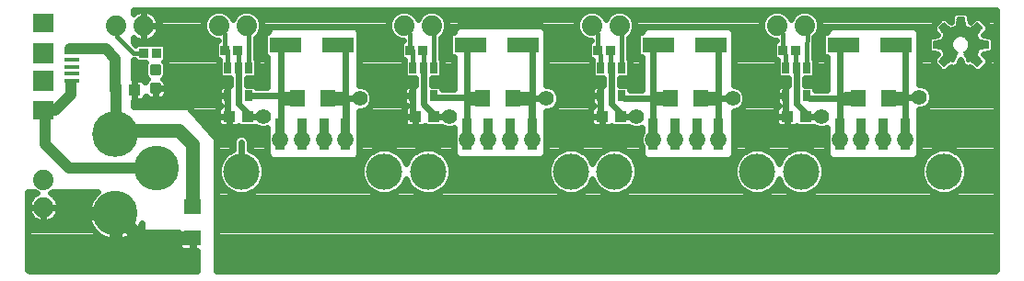
<source format=gtl>
G75*
G70*
%OFA0B0*%
%FSLAX24Y24*%
%IPPOS*%
%LPD*%
%AMOC8*
5,1,8,0,0,1.08239X$1,22.5*
%
%ADD10C,0.1310*%
%ADD11R,0.0354X0.1181*%
%ADD12C,0.1660*%
%ADD13C,0.1620*%
%ADD14R,0.0433X0.0394*%
%ADD15C,0.0059*%
%ADD16R,0.0630X0.0551*%
%ADD17R,0.0272X0.0390*%
%ADD18R,0.0551X0.0138*%
%ADD19R,0.0748X0.0709*%
%ADD20R,0.0748X0.0748*%
%ADD21R,0.0335X0.0354*%
%ADD22R,0.1181X0.0551*%
%ADD23R,0.0551X0.0630*%
%ADD24C,0.0740*%
%ADD25C,0.0118*%
%ADD26C,0.0500*%
%ADD27C,0.0240*%
%ADD28C,0.0560*%
%ADD29C,0.0160*%
%ADD30C,0.0591*%
%ADD31C,0.0400*%
D10*
X008715Y004770D03*
X013885Y004770D03*
X015465Y004770D03*
X020635Y004770D03*
X022215Y004770D03*
X027385Y004770D03*
X028965Y004770D03*
X034135Y004770D03*
D11*
X032731Y006128D03*
X031944Y006128D03*
X031156Y006128D03*
X030369Y006128D03*
X025981Y006128D03*
X025194Y006128D03*
X024406Y006128D03*
X023619Y006128D03*
X019231Y006128D03*
X018444Y006128D03*
X017656Y006128D03*
X016869Y006128D03*
X012481Y006128D03*
X011694Y006128D03*
X010906Y006128D03*
X010119Y006128D03*
D12*
X004150Y006134D03*
D13*
X005631Y004883D03*
X004160Y003251D03*
D14*
X008265Y006770D03*
X008935Y006770D03*
X004835Y007720D03*
X004165Y007720D03*
X015015Y006770D03*
X015685Y006770D03*
X021765Y006770D03*
X022435Y006770D03*
X028465Y006770D03*
X029135Y006770D03*
D15*
X033974Y008764D02*
X034144Y008594D01*
X034391Y008796D01*
X034491Y008745D01*
X034632Y009086D01*
X034579Y009114D01*
X034532Y009152D01*
X034494Y009199D01*
X034466Y009252D01*
X034448Y009310D01*
X034442Y009370D01*
X034449Y009433D01*
X034468Y009493D01*
X034499Y009548D01*
X034541Y009595D01*
X034591Y009633D01*
X034648Y009660D01*
X034710Y009675D01*
X034773Y009677D01*
X034835Y009666D01*
X034894Y009642D01*
X034946Y009607D01*
X034990Y009562D01*
X035025Y009509D01*
X035047Y009450D01*
X035057Y009387D01*
X035054Y009324D01*
X035038Y009263D01*
X035010Y009206D01*
X034972Y009157D01*
X034923Y009116D01*
X034868Y009086D01*
X035009Y008745D01*
X035109Y008796D01*
X035356Y008594D01*
X035526Y008764D01*
X035324Y009011D01*
X035375Y009111D01*
X035409Y009218D01*
X035727Y009250D01*
X035727Y009490D01*
X035409Y009522D01*
X035375Y009629D01*
X035324Y009729D01*
X035526Y009976D01*
X035356Y010146D01*
X035109Y009944D01*
X035009Y009995D01*
X034902Y010029D01*
X034870Y010347D01*
X034630Y010347D01*
X034598Y010029D01*
X034491Y009995D01*
X034391Y009944D01*
X034144Y010146D01*
X033974Y009976D01*
X034176Y009729D01*
X034125Y009629D01*
X034091Y009522D01*
X033773Y009490D01*
X033773Y009250D01*
X034091Y009218D01*
X034125Y009111D01*
X034176Y009011D01*
X033974Y008764D01*
X033998Y008740D02*
X034323Y008740D01*
X034252Y008682D02*
X034056Y008682D01*
X034114Y008625D02*
X034181Y008625D01*
X034002Y008798D02*
X034513Y008798D01*
X034537Y008855D02*
X034049Y008855D01*
X034096Y008913D02*
X034561Y008913D01*
X034584Y008970D02*
X034143Y008970D01*
X034168Y009028D02*
X034608Y009028D01*
X034632Y009085D02*
X034138Y009085D01*
X034115Y009143D02*
X034544Y009143D01*
X034494Y009200D02*
X034096Y009200D01*
X033773Y009258D02*
X034464Y009258D01*
X034448Y009316D02*
X033773Y009316D01*
X033773Y009373D02*
X034443Y009373D01*
X034449Y009431D02*
X033773Y009431D01*
X033773Y009488D02*
X034467Y009488D01*
X034498Y009546D02*
X034098Y009546D01*
X034117Y009603D02*
X034551Y009603D01*
X034651Y009661D02*
X034141Y009661D01*
X034171Y009718D02*
X035329Y009718D01*
X035359Y009661D02*
X034847Y009661D01*
X034950Y009603D02*
X035383Y009603D01*
X035402Y009546D02*
X035001Y009546D01*
X035032Y009488D02*
X035727Y009488D01*
X035727Y009431D02*
X035050Y009431D01*
X035056Y009373D02*
X035727Y009373D01*
X035727Y009316D02*
X035052Y009316D01*
X035036Y009258D02*
X035727Y009258D01*
X035404Y009200D02*
X035006Y009200D01*
X034955Y009143D02*
X035385Y009143D01*
X035362Y009085D02*
X034868Y009085D01*
X034892Y009028D02*
X035332Y009028D01*
X035357Y008970D02*
X034916Y008970D01*
X034939Y008913D02*
X035404Y008913D01*
X035451Y008855D02*
X034963Y008855D01*
X034987Y008798D02*
X035498Y008798D01*
X035502Y008740D02*
X035177Y008740D01*
X035248Y008682D02*
X035444Y008682D01*
X035386Y008625D02*
X035319Y008625D01*
X035362Y009776D02*
X034138Y009776D01*
X034091Y009834D02*
X035409Y009834D01*
X035456Y009891D02*
X034044Y009891D01*
X033997Y009949D02*
X034386Y009949D01*
X034401Y009949D02*
X035099Y009949D01*
X035114Y009949D02*
X035503Y009949D01*
X035495Y010006D02*
X035185Y010006D01*
X035256Y010064D02*
X035438Y010064D01*
X035380Y010121D02*
X035326Y010121D01*
X034975Y010006D02*
X034525Y010006D01*
X034601Y010064D02*
X034899Y010064D01*
X034893Y010121D02*
X034607Y010121D01*
X034613Y010179D02*
X034887Y010179D01*
X034881Y010236D02*
X034619Y010236D01*
X034625Y010294D02*
X034875Y010294D01*
X034244Y010064D02*
X034062Y010064D01*
X034120Y010121D02*
X034174Y010121D01*
X034315Y010006D02*
X034005Y010006D01*
D16*
X006950Y003471D03*
X006950Y002369D03*
D17*
X008226Y007508D03*
X008974Y007508D03*
X008974Y008528D03*
X008600Y008528D03*
X008226Y008528D03*
X014926Y008528D03*
X015300Y008528D03*
X015674Y008528D03*
X015674Y007508D03*
X014926Y007508D03*
X021726Y007508D03*
X022474Y007508D03*
X022474Y008528D03*
X022100Y008528D03*
X021726Y008528D03*
X028426Y008528D03*
X028800Y008528D03*
X029174Y008528D03*
X029174Y007508D03*
X028426Y007508D03*
D18*
X002593Y008058D03*
X002593Y008314D03*
X002593Y008570D03*
X002593Y008826D03*
X002593Y009082D03*
D19*
X001550Y010145D03*
X001550Y006995D03*
D20*
X001550Y008070D03*
X001550Y009070D03*
D21*
X005172Y009070D03*
X005628Y009070D03*
X008122Y009170D03*
X008578Y009170D03*
X014822Y009170D03*
X015278Y009170D03*
X021622Y009170D03*
X022078Y009170D03*
X028322Y009170D03*
X028778Y009170D03*
D22*
X030505Y009370D03*
X032395Y009370D03*
X025695Y009370D03*
X023805Y009370D03*
X018895Y009370D03*
X017005Y009370D03*
X012195Y009370D03*
X010305Y009370D03*
D23*
X010749Y007420D03*
X011851Y007420D03*
X017449Y007420D03*
X018551Y007420D03*
X024249Y007420D03*
X025351Y007420D03*
X031049Y007420D03*
X032151Y007420D03*
D24*
X029100Y010070D03*
X028100Y010070D03*
X022400Y010070D03*
X021400Y010070D03*
X015600Y010070D03*
X014600Y010070D03*
X008900Y010070D03*
X007900Y010070D03*
X005170Y010050D03*
X004170Y010050D03*
X001550Y004470D03*
X001550Y003470D03*
D25*
X005462Y007637D02*
X005738Y007637D01*
X005462Y007637D02*
X005462Y007913D01*
X005738Y007913D01*
X005738Y007637D01*
X005738Y007754D02*
X005462Y007754D01*
X005462Y007871D02*
X005738Y007871D01*
X005738Y008327D02*
X005462Y008327D01*
X005462Y008603D01*
X005738Y008603D01*
X005738Y008327D01*
X005738Y008444D02*
X005462Y008444D01*
X005462Y008561D02*
X005738Y008561D01*
D26*
X010350Y007420D02*
X010749Y007420D01*
X011851Y007420D02*
X012300Y007420D01*
X017050Y007420D02*
X017449Y007420D01*
X018551Y007420D02*
X019050Y007420D01*
X023800Y007420D02*
X024249Y007420D01*
X025351Y007420D02*
X025800Y007420D01*
X030600Y007420D02*
X031049Y007420D01*
X032151Y007420D02*
X032550Y007420D01*
X006950Y005770D02*
X006950Y003471D01*
X005043Y002369D02*
X004160Y003251D01*
X005043Y002369D02*
X006950Y002369D01*
X006950Y005770D02*
X006450Y006270D01*
X004286Y006270D01*
X004150Y006134D01*
D27*
X000982Y001202D02*
X001001Y001171D01*
X001032Y001152D01*
X001050Y001150D01*
X007100Y001150D01*
X007100Y001893D01*
X006968Y001893D01*
X006968Y002351D01*
X006932Y002351D01*
X006435Y002351D01*
X006435Y002067D01*
X006449Y002016D01*
X006475Y001970D01*
X006512Y001933D01*
X006558Y001907D01*
X006609Y001893D01*
X006932Y001893D01*
X006932Y002351D01*
X006932Y002387D01*
X006435Y002387D01*
X006435Y002570D01*
X005150Y002570D01*
X005100Y002620D01*
X005100Y002880D01*
X005095Y002864D01*
X005045Y002762D01*
X004985Y002666D01*
X004914Y002577D01*
X004834Y002497D01*
X004745Y002426D01*
X004649Y002366D01*
X004547Y002317D01*
X004440Y002279D01*
X004329Y002254D01*
X004280Y002249D01*
X004280Y003131D01*
X004040Y003131D01*
X004040Y002249D01*
X003991Y002254D01*
X003880Y002279D01*
X003773Y002317D01*
X003671Y002366D01*
X003575Y002426D01*
X003486Y002497D01*
X003406Y002577D01*
X003335Y002666D01*
X003275Y002762D01*
X003225Y002864D01*
X003188Y002971D01*
X003163Y003082D01*
X003157Y003131D01*
X004040Y003131D01*
X004040Y003371D01*
X003157Y003371D01*
X003163Y003421D01*
X003188Y003532D01*
X003225Y003639D01*
X003275Y003741D01*
X003335Y003837D01*
X003406Y003926D01*
X003486Y004006D01*
X003504Y004020D01*
X001878Y004020D01*
X001862Y004004D01*
X001804Y003980D01*
X001849Y003958D01*
X001921Y003905D01*
X001985Y003841D01*
X002038Y003769D01*
X002078Y003689D01*
X002106Y003603D01*
X002120Y003515D01*
X002120Y003470D01*
X001550Y003470D01*
X001550Y003470D01*
X001550Y003470D01*
X000980Y003470D01*
X000980Y003515D01*
X000994Y003603D01*
X001022Y003689D01*
X001062Y003769D01*
X001115Y003841D01*
X001179Y003905D01*
X001251Y003958D01*
X001296Y003980D01*
X001238Y004004D01*
X001222Y004020D01*
X000980Y004020D01*
X000980Y001220D01*
X000982Y001202D01*
X000982Y001209D02*
X007100Y001209D01*
X007100Y001447D02*
X000980Y001447D01*
X000980Y001686D02*
X007100Y001686D01*
X006968Y001924D02*
X006932Y001924D01*
X006528Y001924D02*
X000980Y001924D01*
X000980Y002163D02*
X006435Y002163D01*
X006435Y002401D02*
X004705Y002401D01*
X004280Y002401D02*
X004040Y002401D01*
X003615Y002401D02*
X000980Y002401D01*
X000980Y002640D02*
X003356Y002640D01*
X004040Y002640D02*
X004280Y002640D01*
X004280Y002878D02*
X004040Y002878D01*
X004040Y003117D02*
X004280Y003117D01*
X004040Y003355D02*
X002109Y003355D01*
X002106Y003337D02*
X002120Y003425D01*
X002120Y003470D01*
X001550Y003470D01*
X001550Y002900D01*
X001595Y002900D01*
X001683Y002914D01*
X001769Y002942D01*
X001849Y002982D01*
X001921Y003035D01*
X001985Y003099D01*
X002038Y003171D01*
X002078Y003251D01*
X002106Y003337D01*
X001998Y003117D02*
X003159Y003117D01*
X003221Y002878D02*
X000980Y002878D01*
X001179Y003035D02*
X001251Y002982D01*
X001331Y002942D01*
X001417Y002914D01*
X001505Y002900D01*
X001550Y002900D01*
X001550Y003470D01*
X001550Y003470D01*
X000980Y003470D01*
X000980Y003425D01*
X000994Y003337D01*
X001022Y003251D01*
X001062Y003171D01*
X001115Y003099D01*
X001179Y003035D01*
X001102Y003117D02*
X000980Y003117D01*
X000980Y003355D02*
X000991Y003355D01*
X001550Y003355D02*
X001550Y003355D01*
X001550Y003117D02*
X001550Y003117D01*
X000992Y003594D02*
X000980Y003594D01*
X000980Y003832D02*
X001108Y003832D01*
X001992Y003832D02*
X003332Y003832D01*
X003210Y003594D02*
X002108Y003594D01*
X004964Y002640D02*
X005100Y002640D01*
X005099Y002878D02*
X005100Y002878D01*
X006932Y002163D02*
X006968Y002163D01*
X007800Y002163D02*
X036053Y002163D01*
X036053Y002401D02*
X007800Y002401D01*
X007800Y002640D02*
X036053Y002640D01*
X036053Y002878D02*
X007800Y002878D01*
X007800Y003117D02*
X036053Y003117D01*
X036053Y003355D02*
X007800Y003355D01*
X007800Y003594D02*
X036053Y003594D01*
X036053Y003832D02*
X007800Y003832D01*
X007800Y004071D02*
X008234Y004071D01*
X008242Y004062D02*
X008549Y003935D01*
X008881Y003935D01*
X009188Y004062D01*
X009423Y004297D01*
X009550Y004604D01*
X009550Y004936D01*
X009423Y005243D01*
X009188Y005478D01*
X009000Y005556D01*
X009000Y005893D01*
X008954Y006003D01*
X008870Y006087D01*
X008760Y006133D01*
X008640Y006133D01*
X008530Y006087D01*
X008446Y006003D01*
X008400Y005893D01*
X008400Y005543D01*
X008242Y005478D01*
X008007Y005243D01*
X007880Y004936D01*
X007880Y004604D01*
X008007Y004297D01*
X008242Y004062D01*
X008002Y004309D02*
X007800Y004309D01*
X007800Y004548D02*
X007903Y004548D01*
X007880Y004786D02*
X007800Y004786D01*
X007800Y005025D02*
X007917Y005025D01*
X008027Y005263D02*
X007800Y005263D01*
X007800Y005502D02*
X008299Y005502D01*
X008400Y005740D02*
X007800Y005740D01*
X007800Y005970D02*
X006850Y007070D01*
X006850Y007120D01*
X004800Y007120D01*
X004800Y007323D01*
X004835Y007323D01*
X005078Y007323D01*
X005128Y007337D01*
X005174Y007363D01*
X005211Y007400D01*
X005238Y007446D01*
X005249Y007489D01*
X005261Y007472D01*
X005297Y007436D01*
X005339Y007407D01*
X005387Y007388D01*
X005437Y007378D01*
X005600Y007378D01*
X005763Y007378D01*
X005813Y007388D01*
X005861Y007407D01*
X005903Y007436D01*
X005939Y007472D01*
X005967Y007514D01*
X005987Y007561D01*
X005997Y007611D01*
X005997Y007775D01*
X005997Y007938D01*
X005987Y007988D01*
X005967Y008035D01*
X005939Y008078D01*
X005903Y008114D01*
X005878Y008130D01*
X005940Y008192D01*
X005977Y008280D01*
X005977Y008651D01*
X005940Y008738D01*
X005918Y008761D01*
X005976Y008818D01*
X005976Y009322D01*
X005870Y009427D01*
X004930Y009427D01*
X004870Y009368D01*
X004800Y009438D01*
X004800Y009614D01*
X004871Y009562D01*
X004951Y009522D01*
X005037Y009494D01*
X005125Y009480D01*
X005170Y009480D01*
X005215Y009480D01*
X005303Y009494D01*
X005389Y009522D01*
X005469Y009562D01*
X005541Y009615D01*
X005605Y009679D01*
X005658Y009751D01*
X005698Y009831D01*
X005726Y009917D01*
X005740Y010005D01*
X005740Y010050D01*
X005740Y010095D01*
X005726Y010183D01*
X005698Y010269D01*
X005658Y010349D01*
X005605Y010421D01*
X005541Y010485D01*
X005469Y010538D01*
X005389Y010578D01*
X005303Y010606D01*
X005215Y010620D01*
X005170Y010620D01*
X005170Y010050D01*
X005170Y010050D01*
X005740Y010050D01*
X005170Y010050D01*
X005170Y010050D01*
X005170Y010620D01*
X005125Y010620D01*
X005037Y010606D01*
X004951Y010578D01*
X004871Y010538D01*
X004800Y010486D01*
X004800Y010633D01*
X035983Y010633D01*
X036001Y010630D01*
X036033Y010612D01*
X036051Y010581D01*
X036053Y010563D01*
X036053Y001220D01*
X036051Y001202D01*
X036033Y001171D01*
X036001Y001152D01*
X035983Y001150D01*
X007800Y001150D01*
X007800Y005970D01*
X007793Y005979D02*
X008436Y005979D01*
X008700Y005833D02*
X008700Y004770D01*
X009550Y004786D02*
X013050Y004786D01*
X013050Y004936D02*
X013050Y004604D01*
X013177Y004297D01*
X013412Y004062D01*
X013719Y003935D01*
X014051Y003935D01*
X014358Y004062D01*
X014593Y004297D01*
X014675Y004495D01*
X014757Y004297D01*
X014992Y004062D01*
X015299Y003935D01*
X015631Y003935D01*
X015938Y004062D01*
X016173Y004297D01*
X016300Y004604D01*
X016300Y004936D01*
X016173Y005243D01*
X015938Y005478D01*
X015631Y005605D01*
X015299Y005605D01*
X014992Y005478D01*
X014757Y005243D01*
X014675Y005045D01*
X014593Y005243D01*
X014358Y005478D01*
X014051Y005605D01*
X013719Y005605D01*
X013412Y005478D01*
X013177Y005243D01*
X013050Y004936D01*
X013087Y005025D02*
X009513Y005025D01*
X009764Y005217D02*
X009852Y005180D01*
X012798Y005180D01*
X012886Y005217D01*
X012953Y005284D01*
X012990Y005372D01*
X012990Y005468D01*
X012990Y006960D01*
X013091Y006960D01*
X013261Y007030D01*
X013390Y007159D01*
X013460Y007328D01*
X013460Y007511D01*
X013390Y007681D01*
X013261Y007810D01*
X013091Y007880D01*
X012990Y007880D01*
X012990Y009818D01*
X012953Y009906D01*
X012886Y009973D01*
X012798Y010010D01*
X009852Y010010D01*
X009764Y009973D01*
X009697Y009906D01*
X009663Y009826D01*
X009640Y009826D01*
X009535Y009720D01*
X009535Y009020D01*
X009640Y008914D01*
X009660Y008914D01*
X009660Y007808D01*
X009259Y007808D01*
X009184Y007883D01*
X008900Y007883D01*
X008900Y008153D01*
X009184Y008153D01*
X009290Y008258D01*
X009290Y008797D01*
X009234Y008853D01*
X009234Y009626D01*
X009366Y009758D01*
X009450Y009961D01*
X009450Y010179D01*
X009366Y010382D01*
X009212Y010536D01*
X009009Y010620D01*
X008791Y010620D01*
X008588Y010536D01*
X008434Y010382D01*
X008400Y010300D01*
X008366Y010382D01*
X008212Y010536D01*
X008009Y010620D01*
X007791Y010620D01*
X007588Y010536D01*
X007434Y010382D01*
X007350Y010179D01*
X007350Y009961D01*
X007434Y009758D01*
X007588Y009604D01*
X007791Y009520D01*
X007862Y009520D01*
X007862Y009509D01*
X007774Y009422D01*
X007774Y008918D01*
X007880Y008813D01*
X007926Y008813D01*
X007910Y008797D01*
X007910Y008258D01*
X008016Y008153D01*
X008300Y008153D01*
X008300Y007903D01*
X008226Y007903D01*
X008226Y007508D01*
X007890Y007508D01*
X007890Y007287D01*
X007904Y007236D01*
X007930Y007191D01*
X007967Y007153D01*
X007970Y007152D01*
X007926Y007127D01*
X007889Y007090D01*
X007862Y007044D01*
X007849Y006993D01*
X007849Y006770D01*
X007849Y006547D01*
X007862Y006496D01*
X007889Y006450D01*
X007926Y006413D01*
X007972Y006387D01*
X008022Y006373D01*
X008265Y006373D01*
X008265Y006770D01*
X007849Y006770D01*
X008265Y006770D01*
X008265Y006770D01*
X008265Y006770D01*
X008226Y006870D01*
X008226Y007508D01*
X008226Y007508D01*
X007890Y007508D01*
X007890Y007729D01*
X007904Y007780D01*
X007930Y007826D01*
X007967Y007863D01*
X008013Y007889D01*
X008064Y007903D01*
X008226Y007903D01*
X008226Y007508D01*
X008226Y007508D01*
X008226Y007648D02*
X008226Y007648D01*
X008226Y007887D02*
X008226Y007887D01*
X008008Y007887D02*
X005997Y007887D01*
X005997Y007775D02*
X005600Y007775D01*
X005600Y007775D01*
X005997Y007775D01*
X005997Y007648D02*
X007890Y007648D01*
X007890Y007410D02*
X005864Y007410D01*
X005600Y007410D02*
X005600Y007410D01*
X005600Y007378D02*
X005600Y007775D01*
X005600Y007775D01*
X005600Y007378D01*
X005336Y007410D02*
X005217Y007410D01*
X004835Y007410D02*
X004835Y007410D01*
X004835Y007323D02*
X004835Y007720D01*
X004835Y007720D01*
X004835Y008117D01*
X005078Y008117D01*
X005128Y008103D01*
X005174Y008077D01*
X005211Y008040D01*
X005225Y008016D01*
X005233Y008035D01*
X005261Y008078D01*
X005297Y008114D01*
X005322Y008130D01*
X005260Y008192D01*
X005223Y008280D01*
X005223Y008651D01*
X005249Y008713D01*
X004930Y008713D01*
X004833Y008810D01*
X004800Y008810D01*
X004800Y008117D01*
X004835Y008117D01*
X004835Y007720D01*
X004835Y007720D01*
X004835Y007323D01*
X004800Y007171D02*
X007950Y007171D01*
X007849Y006933D02*
X006969Y006933D01*
X007175Y006694D02*
X007849Y006694D01*
X008265Y006694D02*
X008265Y006694D01*
X008265Y006770D02*
X008265Y006373D01*
X008508Y006373D01*
X008559Y006387D01*
X008605Y006413D01*
X008614Y006423D01*
X008644Y006393D01*
X009226Y006393D01*
X009226Y006393D01*
X009239Y006380D01*
X009408Y006310D01*
X009591Y006310D01*
X009660Y006338D01*
X009660Y006061D01*
X009645Y006025D01*
X009645Y005835D01*
X009660Y005799D01*
X009660Y005372D01*
X009697Y005284D01*
X009764Y005217D01*
X009718Y005263D02*
X009403Y005263D01*
X009660Y005502D02*
X009131Y005502D01*
X009000Y005740D02*
X009660Y005740D01*
X009645Y005979D02*
X008964Y005979D01*
X009660Y006217D02*
X007587Y006217D01*
X007381Y006456D02*
X007886Y006456D01*
X008265Y006456D02*
X008265Y006456D01*
X008935Y006770D02*
X009500Y006770D01*
X008935Y006770D02*
X008935Y006885D01*
X008600Y007220D01*
X008600Y008528D01*
X009290Y008602D02*
X009660Y008602D01*
X009660Y008364D02*
X009290Y008364D01*
X009660Y008125D02*
X008900Y008125D01*
X008300Y008125D02*
X005886Y008125D01*
X005314Y008125D02*
X004800Y008125D01*
X004800Y008364D02*
X005223Y008364D01*
X005223Y008602D02*
X004800Y008602D01*
X005977Y008602D02*
X007910Y008602D01*
X007910Y008364D02*
X005977Y008364D01*
X005976Y008841D02*
X007852Y008841D01*
X007774Y009079D02*
X005976Y009079D01*
X005976Y009318D02*
X007774Y009318D01*
X007704Y009556D02*
X005456Y009556D01*
X005170Y009556D02*
X005170Y009556D01*
X005170Y009480D02*
X005170Y010050D01*
X005170Y009480D01*
X004884Y009556D02*
X004800Y009556D01*
X005170Y009795D02*
X005170Y009795D01*
X005170Y010033D02*
X005170Y010033D01*
X005170Y010050D02*
X005170Y010050D01*
X005170Y010272D02*
X005170Y010272D01*
X005170Y010510D02*
X005170Y010510D01*
X004833Y010510D02*
X004800Y010510D01*
X005507Y010510D02*
X007562Y010510D01*
X007388Y010272D02*
X005697Y010272D01*
X005740Y010033D02*
X007350Y010033D01*
X007419Y009795D02*
X005680Y009795D01*
X008238Y010510D02*
X008562Y010510D01*
X009238Y010510D02*
X014262Y010510D01*
X014288Y010536D02*
X014134Y010382D01*
X014050Y010179D01*
X014050Y009961D01*
X014134Y009758D01*
X014288Y009604D01*
X014491Y009520D01*
X014562Y009520D01*
X014562Y009509D01*
X014474Y009422D01*
X014474Y008918D01*
X014580Y008813D01*
X014626Y008813D01*
X014610Y008797D01*
X014610Y008258D01*
X014716Y008153D01*
X015000Y008153D01*
X015000Y007903D01*
X014926Y007903D01*
X014926Y007508D01*
X014590Y007508D01*
X014590Y007287D01*
X014604Y007236D01*
X014630Y007191D01*
X014667Y007153D01*
X014695Y007138D01*
X014676Y007127D01*
X014639Y007090D01*
X014612Y007044D01*
X014599Y006993D01*
X014599Y006770D01*
X014599Y006547D01*
X014612Y006496D01*
X014639Y006450D01*
X014676Y006413D01*
X014722Y006387D01*
X014772Y006373D01*
X015015Y006373D01*
X015015Y006770D01*
X014599Y006770D01*
X015015Y006770D01*
X015015Y006770D01*
X015015Y006770D01*
X014926Y006859D01*
X014926Y007508D01*
X014926Y007508D01*
X014590Y007508D01*
X014590Y007729D01*
X014604Y007780D01*
X014630Y007826D01*
X014667Y007863D01*
X014713Y007889D01*
X014764Y007903D01*
X014926Y007903D01*
X014926Y007508D01*
X014926Y007508D01*
X014926Y007648D02*
X014926Y007648D01*
X014926Y007887D02*
X014926Y007887D01*
X014708Y007887D02*
X012990Y007887D01*
X013403Y007648D02*
X014590Y007648D01*
X014590Y007410D02*
X013460Y007410D01*
X013000Y007420D02*
X012500Y007420D01*
X012500Y006147D01*
X012481Y006128D01*
X012481Y009370D01*
X012195Y009370D01*
X012990Y009318D02*
X014474Y009318D01*
X014474Y009079D02*
X012990Y009079D01*
X012990Y008841D02*
X014552Y008841D01*
X014610Y008602D02*
X012990Y008602D01*
X012990Y008364D02*
X014610Y008364D01*
X015000Y008125D02*
X012990Y008125D01*
X012500Y007420D02*
X012300Y007420D01*
X013395Y007171D02*
X014650Y007171D01*
X015300Y007220D02*
X015685Y006835D01*
X015750Y006770D01*
X016250Y006770D01*
X015976Y006393D02*
X015989Y006380D01*
X016158Y006310D01*
X016341Y006310D01*
X016410Y006338D01*
X016410Y006061D01*
X016395Y006025D01*
X016395Y005835D01*
X016410Y005799D01*
X016410Y005422D01*
X016447Y005334D01*
X016514Y005267D01*
X016602Y005230D01*
X019548Y005230D01*
X019636Y005267D01*
X019703Y005334D01*
X019740Y005422D01*
X019740Y006960D01*
X019841Y006960D01*
X020011Y007030D01*
X020140Y007159D01*
X020210Y007328D01*
X020210Y007511D01*
X020140Y007681D01*
X020011Y007810D01*
X019841Y007880D01*
X019740Y007880D01*
X019740Y009868D01*
X019703Y009956D01*
X019636Y010023D01*
X019548Y010060D01*
X016602Y010060D01*
X016514Y010023D01*
X016447Y009956D01*
X016410Y009868D01*
X016410Y009826D01*
X016340Y009826D01*
X016235Y009720D01*
X016235Y009020D01*
X016340Y008914D01*
X016410Y008914D01*
X016410Y007770D01*
X015990Y007770D01*
X015990Y007778D01*
X015884Y007883D01*
X015600Y007883D01*
X015600Y008153D01*
X015884Y008153D01*
X015990Y008258D01*
X015990Y008797D01*
X015934Y008853D01*
X015934Y009626D01*
X016066Y009758D01*
X016150Y009961D01*
X016150Y010179D01*
X016066Y010382D01*
X015912Y010536D01*
X015709Y010620D01*
X015491Y010620D01*
X015288Y010536D01*
X015134Y010382D01*
X015100Y010300D01*
X015066Y010382D01*
X014912Y010536D01*
X014709Y010620D01*
X014491Y010620D01*
X014288Y010536D01*
X014938Y010510D02*
X015262Y010510D01*
X015938Y010510D02*
X021062Y010510D01*
X021088Y010536D02*
X020934Y010382D01*
X020850Y010179D01*
X020850Y009961D01*
X020934Y009758D01*
X021088Y009604D01*
X021291Y009520D01*
X021362Y009520D01*
X021362Y009509D01*
X021274Y009422D01*
X021274Y008918D01*
X021380Y008813D01*
X021426Y008813D01*
X021410Y008797D01*
X021410Y008258D01*
X021516Y008153D01*
X021800Y008153D01*
X021800Y007903D01*
X021726Y007903D01*
X021726Y007508D01*
X021390Y007508D01*
X021390Y007287D01*
X021404Y007236D01*
X021430Y007191D01*
X021467Y007153D01*
X021470Y007152D01*
X021426Y007127D01*
X021389Y007090D01*
X021362Y007044D01*
X021349Y006993D01*
X021349Y006770D01*
X021349Y006547D01*
X021362Y006496D01*
X021389Y006450D01*
X021426Y006413D01*
X021472Y006387D01*
X021522Y006373D01*
X021765Y006373D01*
X021765Y006770D01*
X021349Y006770D01*
X021765Y006770D01*
X021765Y006770D01*
X021765Y006770D01*
X021726Y006809D01*
X021726Y007508D01*
X021726Y007508D01*
X021390Y007508D01*
X021390Y007729D01*
X021404Y007780D01*
X021430Y007826D01*
X021467Y007863D01*
X021513Y007889D01*
X021564Y007903D01*
X021726Y007903D01*
X021726Y007508D01*
X021726Y007508D01*
X021726Y007648D02*
X021726Y007648D01*
X021726Y007887D02*
X021726Y007887D01*
X021508Y007887D02*
X019740Y007887D01*
X020153Y007648D02*
X021390Y007648D01*
X021390Y007410D02*
X020210Y007410D01*
X019750Y007420D02*
X019200Y007420D01*
X019200Y006209D01*
X019231Y006128D01*
X019231Y009339D01*
X019200Y009370D01*
X019740Y009318D02*
X021274Y009318D01*
X021274Y009079D02*
X019740Y009079D01*
X019740Y008841D02*
X021352Y008841D01*
X021410Y008602D02*
X019740Y008602D01*
X019740Y008364D02*
X021410Y008364D01*
X021800Y008125D02*
X019740Y008125D01*
X019200Y007420D02*
X019050Y007420D01*
X020145Y007171D02*
X021450Y007171D01*
X021349Y006933D02*
X019740Y006933D01*
X019740Y006694D02*
X021349Y006694D01*
X021765Y006694D02*
X021765Y006694D01*
X021765Y006770D02*
X021765Y006373D01*
X022008Y006373D01*
X022059Y006387D01*
X022105Y006413D01*
X022114Y006423D01*
X022144Y006393D01*
X022726Y006393D01*
X022726Y006393D01*
X022739Y006380D01*
X022908Y006310D01*
X023091Y006310D01*
X023210Y006359D01*
X023210Y006182D01*
X023145Y006025D01*
X023145Y005835D01*
X023210Y005678D01*
X023210Y005372D01*
X023247Y005284D01*
X023314Y005217D01*
X023402Y005180D01*
X026348Y005180D01*
X026436Y005217D01*
X026503Y005284D01*
X026540Y005372D01*
X026540Y005468D01*
X026540Y006960D01*
X026591Y006960D01*
X026761Y007030D01*
X026890Y007159D01*
X026960Y007328D01*
X026960Y007511D01*
X026890Y007681D01*
X026761Y007810D01*
X026591Y007880D01*
X026540Y007880D01*
X026540Y009818D01*
X026503Y009906D01*
X026436Y009973D01*
X026348Y010010D01*
X023402Y010010D01*
X023314Y009973D01*
X023247Y009906D01*
X023213Y009826D01*
X023140Y009826D01*
X023035Y009720D01*
X023035Y009020D01*
X023140Y008914D01*
X023210Y008914D01*
X023210Y007720D01*
X022790Y007720D01*
X022790Y007778D01*
X022684Y007883D01*
X022400Y007883D01*
X022400Y008153D01*
X022684Y008153D01*
X022790Y008258D01*
X022790Y008797D01*
X022734Y008853D01*
X022734Y009626D01*
X022866Y009758D01*
X022950Y009961D01*
X022950Y010179D01*
X022866Y010382D01*
X022712Y010536D01*
X022509Y010620D01*
X022291Y010620D01*
X022088Y010536D01*
X021934Y010382D01*
X021900Y010300D01*
X021866Y010382D01*
X021712Y010536D01*
X021509Y010620D01*
X021291Y010620D01*
X021088Y010536D01*
X020888Y010272D02*
X016112Y010272D01*
X016150Y010033D02*
X016537Y010033D01*
X016309Y009795D02*
X016081Y009795D01*
X015934Y009556D02*
X016235Y009556D01*
X016235Y009318D02*
X015934Y009318D01*
X015934Y009079D02*
X016235Y009079D01*
X016410Y008841D02*
X015947Y008841D01*
X015990Y008602D02*
X016410Y008602D01*
X016410Y008364D02*
X015990Y008364D01*
X015600Y008125D02*
X016410Y008125D01*
X016410Y007887D02*
X015600Y007887D01*
X015674Y007508D02*
X015712Y007470D01*
X016869Y007470D01*
X016919Y007420D01*
X017050Y007420D01*
X016869Y007470D02*
X016869Y009234D01*
X017005Y009370D01*
X015300Y008528D02*
X015300Y007220D01*
X015685Y006835D02*
X015685Y006770D01*
X015364Y006423D02*
X015394Y006393D01*
X015976Y006393D01*
X015976Y006393D01*
X016410Y006217D02*
X012990Y006217D01*
X012990Y005979D02*
X016395Y005979D01*
X016869Y006128D02*
X016869Y007470D01*
X015015Y006770D02*
X015015Y006373D01*
X015258Y006373D01*
X015309Y006387D01*
X015355Y006413D01*
X015364Y006423D01*
X015015Y006456D02*
X015015Y006456D01*
X014636Y006456D02*
X012990Y006456D01*
X012990Y006694D02*
X014599Y006694D01*
X014599Y006933D02*
X012990Y006933D01*
X015015Y006694D02*
X015015Y006694D01*
X016410Y005740D02*
X012990Y005740D01*
X012990Y005502D02*
X013469Y005502D01*
X013197Y005263D02*
X012932Y005263D01*
X014301Y005502D02*
X015049Y005502D01*
X014777Y005263D02*
X014573Y005263D01*
X015881Y005502D02*
X016410Y005502D01*
X016523Y005263D02*
X016153Y005263D01*
X016263Y005025D02*
X019837Y005025D01*
X019800Y004936D02*
X019800Y004604D01*
X019927Y004297D01*
X020162Y004062D01*
X020469Y003935D01*
X020801Y003935D01*
X021108Y004062D01*
X021343Y004297D01*
X021425Y004495D01*
X021507Y004297D01*
X021742Y004062D01*
X022049Y003935D01*
X022381Y003935D01*
X022688Y004062D01*
X022923Y004297D01*
X023050Y004604D01*
X023050Y004936D01*
X022923Y005243D01*
X022688Y005478D01*
X022381Y005605D01*
X022049Y005605D01*
X021742Y005478D01*
X021507Y005243D01*
X021425Y005045D01*
X021343Y005243D01*
X021108Y005478D01*
X020801Y005605D01*
X020469Y005605D01*
X020162Y005478D01*
X019927Y005243D01*
X019800Y004936D01*
X019800Y004786D02*
X016300Y004786D01*
X016277Y004548D02*
X019823Y004548D01*
X019922Y004309D02*
X016178Y004309D01*
X015946Y004071D02*
X020154Y004071D01*
X021116Y004071D02*
X021734Y004071D01*
X021502Y004309D02*
X021348Y004309D01*
X022696Y004071D02*
X026904Y004071D01*
X026912Y004062D02*
X027219Y003935D01*
X027551Y003935D01*
X027858Y004062D01*
X028093Y004297D01*
X028175Y004495D01*
X028257Y004297D01*
X028492Y004062D01*
X028799Y003935D01*
X029131Y003935D01*
X029438Y004062D01*
X029673Y004297D01*
X029800Y004604D01*
X029800Y004936D01*
X029673Y005243D01*
X029438Y005478D01*
X029131Y005605D01*
X028799Y005605D01*
X028492Y005478D01*
X028257Y005243D01*
X028175Y005045D01*
X028093Y005243D01*
X027858Y005478D01*
X027551Y005605D01*
X027219Y005605D01*
X026912Y005478D01*
X026677Y005243D01*
X026550Y004936D01*
X026550Y004604D01*
X026677Y004297D01*
X026912Y004062D01*
X026672Y004309D02*
X022928Y004309D01*
X023027Y004548D02*
X026573Y004548D01*
X026550Y004786D02*
X023050Y004786D01*
X023013Y005025D02*
X026587Y005025D01*
X026482Y005263D02*
X026697Y005263D01*
X026540Y005502D02*
X026969Y005502D01*
X026540Y005740D02*
X029910Y005740D01*
X029910Y005799D02*
X029910Y005372D01*
X029947Y005284D01*
X030014Y005217D01*
X030102Y005180D01*
X033048Y005180D01*
X033136Y005217D01*
X033203Y005284D01*
X033240Y005372D01*
X033240Y005468D01*
X033240Y007010D01*
X033341Y007010D01*
X033511Y007080D01*
X033640Y007209D01*
X033710Y007378D01*
X033710Y007561D01*
X033640Y007731D01*
X033511Y007860D01*
X033341Y007930D01*
X033240Y007930D01*
X033240Y009818D01*
X033203Y009906D01*
X033136Y009973D01*
X033048Y010010D01*
X030102Y010010D01*
X030014Y009973D01*
X029947Y009906D01*
X029913Y009826D01*
X029840Y009826D01*
X029735Y009720D01*
X029735Y009020D01*
X029840Y008914D01*
X029910Y008914D01*
X029910Y007720D01*
X029490Y007720D01*
X029490Y007778D01*
X029384Y007883D01*
X029100Y007883D01*
X029100Y008153D01*
X029384Y008153D01*
X029490Y008258D01*
X029490Y008797D01*
X029434Y008853D01*
X029434Y009040D01*
X029453Y009645D01*
X029566Y009758D01*
X029650Y009961D01*
X029650Y010179D01*
X029566Y010382D01*
X029412Y010536D01*
X029209Y010620D01*
X028991Y010620D01*
X028788Y010536D01*
X028634Y010382D01*
X028600Y010300D01*
X028566Y010382D01*
X028412Y010536D01*
X028209Y010620D01*
X027991Y010620D01*
X027788Y010536D01*
X027634Y010382D01*
X027550Y010179D01*
X027550Y009961D01*
X027634Y009758D01*
X027788Y009604D01*
X027991Y009520D01*
X028062Y009520D01*
X028062Y009509D01*
X027974Y009422D01*
X027974Y008918D01*
X028080Y008813D01*
X028126Y008813D01*
X028110Y008797D01*
X028110Y008258D01*
X028216Y008153D01*
X028500Y008153D01*
X028500Y007903D01*
X028426Y007903D01*
X028426Y007508D01*
X028090Y007508D01*
X028090Y007287D01*
X028104Y007236D01*
X028130Y007191D01*
X028167Y007153D01*
X028170Y007152D01*
X028126Y007127D01*
X028089Y007090D01*
X028062Y007044D01*
X028049Y006993D01*
X028049Y006770D01*
X028049Y006547D01*
X028062Y006496D01*
X028089Y006450D01*
X028126Y006413D01*
X028172Y006387D01*
X028222Y006373D01*
X028465Y006373D01*
X028465Y006770D01*
X028049Y006770D01*
X028465Y006770D01*
X028465Y006770D01*
X028465Y006770D01*
X028426Y006809D01*
X028426Y007508D01*
X028426Y007508D01*
X028090Y007508D01*
X028090Y007729D01*
X028104Y007780D01*
X028130Y007826D01*
X028167Y007863D01*
X028213Y007889D01*
X028264Y007903D01*
X028426Y007903D01*
X028426Y007508D01*
X028426Y007508D01*
X028426Y007648D02*
X028426Y007648D01*
X028426Y007887D02*
X028426Y007887D01*
X028208Y007887D02*
X026540Y007887D01*
X026903Y007648D02*
X028090Y007648D01*
X028090Y007410D02*
X026960Y007410D01*
X026500Y007420D02*
X025800Y007420D01*
X025981Y007320D02*
X025981Y009289D01*
X025900Y009370D01*
X026540Y009318D02*
X027974Y009318D01*
X027974Y009079D02*
X026540Y009079D01*
X026540Y008841D02*
X028052Y008841D01*
X028110Y008602D02*
X026540Y008602D01*
X026540Y008364D02*
X028110Y008364D01*
X028800Y008528D02*
X028800Y007220D01*
X029135Y006885D01*
X029250Y006770D01*
X029700Y006770D01*
X029426Y006393D02*
X029439Y006380D01*
X029608Y006310D01*
X029791Y006310D01*
X029910Y006359D01*
X029910Y006061D01*
X029895Y006025D01*
X029895Y005835D01*
X029910Y005799D01*
X029895Y005979D02*
X026540Y005979D01*
X026540Y006217D02*
X029910Y006217D01*
X030369Y006128D02*
X030369Y007189D01*
X030600Y007420D01*
X029262Y007420D01*
X029174Y007508D01*
X029100Y007887D02*
X029910Y007887D01*
X029910Y008125D02*
X029100Y008125D01*
X028500Y008125D02*
X026540Y008125D01*
X025981Y007320D02*
X025981Y006128D01*
X026000Y006197D01*
X026540Y006456D02*
X028086Y006456D01*
X028465Y006456D02*
X028465Y006456D01*
X028465Y006373D02*
X028708Y006373D01*
X028759Y006387D01*
X028805Y006413D01*
X028814Y006423D01*
X028844Y006393D01*
X029426Y006393D01*
X029426Y006393D01*
X029135Y006770D02*
X029135Y006885D01*
X028465Y006770D02*
X028465Y006373D01*
X028465Y006694D02*
X028465Y006694D01*
X028049Y006694D02*
X026540Y006694D01*
X026540Y006933D02*
X028049Y006933D01*
X028150Y007171D02*
X026895Y007171D01*
X024249Y007420D02*
X023600Y007420D01*
X023600Y006197D01*
X023619Y006128D01*
X023619Y009184D01*
X023805Y009370D01*
X023035Y009318D02*
X022734Y009318D01*
X022734Y009079D02*
X023035Y009079D01*
X023210Y008841D02*
X022747Y008841D01*
X022790Y008602D02*
X023210Y008602D01*
X023210Y008364D02*
X022790Y008364D01*
X022400Y008125D02*
X023210Y008125D01*
X023210Y007887D02*
X022400Y007887D01*
X022474Y007508D02*
X022562Y007420D01*
X023600Y007420D01*
X022500Y006770D02*
X022435Y006885D01*
X022435Y006770D01*
X022500Y006770D02*
X023000Y006770D01*
X022435Y006885D02*
X022100Y007220D01*
X022100Y008528D01*
X022734Y009556D02*
X023035Y009556D01*
X023109Y009795D02*
X022881Y009795D01*
X022950Y010033D02*
X027550Y010033D01*
X027619Y009795D02*
X026540Y009795D01*
X026540Y009556D02*
X027904Y009556D01*
X029450Y009556D02*
X029735Y009556D01*
X029735Y009318D02*
X029443Y009318D01*
X029435Y009079D02*
X029735Y009079D01*
X030369Y009234D02*
X030505Y009370D01*
X030369Y009234D02*
X030369Y007189D01*
X032550Y007420D02*
X032600Y007470D01*
X033250Y007470D01*
X033710Y007410D02*
X036053Y007410D01*
X036053Y007648D02*
X033674Y007648D01*
X033446Y007887D02*
X036053Y007887D01*
X036053Y008125D02*
X033240Y008125D01*
X033240Y008364D02*
X036053Y008364D01*
X036053Y008602D02*
X035660Y008602D01*
X035666Y008608D02*
X035725Y008656D01*
X035726Y008669D01*
X035735Y008677D01*
X035735Y008753D01*
X035743Y008829D01*
X035735Y008839D01*
X035735Y008851D01*
X035681Y008905D01*
X035583Y009025D01*
X035738Y009041D01*
X035814Y009041D01*
X035822Y009049D01*
X035834Y009050D01*
X035883Y009109D01*
X035936Y009163D01*
X035936Y009175D01*
X035944Y009185D01*
X035936Y009261D01*
X035936Y009479D01*
X035944Y009555D01*
X035936Y009565D01*
X035936Y009577D01*
X035883Y009631D01*
X035834Y009690D01*
X035822Y009691D01*
X035814Y009699D01*
X035738Y009699D01*
X035583Y009715D01*
X035681Y009835D01*
X035735Y009889D01*
X035735Y009901D01*
X035743Y009911D01*
X035735Y009987D01*
X035735Y010063D01*
X035726Y010071D01*
X035725Y010084D01*
X035666Y010132D01*
X035512Y010286D01*
X035464Y010345D01*
X035451Y010346D01*
X035443Y010355D01*
X035367Y010355D01*
X035291Y010363D01*
X035281Y010355D01*
X035269Y010355D01*
X035215Y010301D01*
X035095Y010203D01*
X035079Y010358D01*
X035079Y010434D01*
X035071Y010442D01*
X035070Y010454D01*
X035011Y010503D01*
X034957Y010556D01*
X034945Y010556D01*
X034935Y010564D01*
X034859Y010556D01*
X034641Y010556D01*
X034565Y010564D01*
X034555Y010556D01*
X034543Y010556D01*
X034489Y010503D01*
X034430Y010454D01*
X034429Y010442D01*
X034421Y010434D01*
X034421Y010358D01*
X034405Y010203D01*
X034285Y010301D01*
X034231Y010355D01*
X034219Y010355D01*
X034209Y010363D01*
X034133Y010355D01*
X034057Y010355D01*
X034049Y010346D01*
X034036Y010345D01*
X033988Y010286D01*
X033834Y010132D01*
X033775Y010084D01*
X033774Y010071D01*
X033765Y010063D01*
X033765Y009987D01*
X033757Y009911D01*
X033765Y009901D01*
X033765Y009889D01*
X033819Y009835D01*
X033917Y009715D01*
X033762Y009699D01*
X033686Y009699D01*
X033678Y009691D01*
X033666Y009690D01*
X033617Y009631D01*
X033564Y009577D01*
X033564Y009565D01*
X033556Y009555D01*
X033564Y009479D01*
X033564Y009261D01*
X033556Y009185D01*
X033564Y009175D01*
X033564Y009163D01*
X033617Y009109D01*
X033666Y009050D01*
X033678Y009049D01*
X033686Y009041D01*
X033762Y009041D01*
X033917Y009025D01*
X033819Y008905D01*
X033765Y008851D01*
X033765Y008839D01*
X033757Y008829D01*
X033765Y008753D01*
X033765Y008677D01*
X033774Y008669D01*
X033775Y008656D01*
X033834Y008608D01*
X033988Y008454D01*
X034036Y008395D01*
X034049Y008394D01*
X034057Y008385D01*
X034133Y008385D01*
X034209Y008377D01*
X034219Y008385D01*
X034231Y008385D01*
X034285Y008439D01*
X034417Y008547D01*
X034472Y008519D01*
X034482Y008522D01*
X034491Y008518D01*
X034563Y008548D01*
X034638Y008572D01*
X034642Y008581D01*
X034651Y008584D01*
X034681Y008657D01*
X034717Y008726D01*
X034714Y008736D01*
X034750Y008823D01*
X034786Y008736D01*
X034783Y008726D01*
X034819Y008657D01*
X034849Y008584D01*
X034858Y008581D01*
X034862Y008572D01*
X034937Y008548D01*
X035009Y008518D01*
X035018Y008522D01*
X035028Y008519D01*
X035083Y008547D01*
X035215Y008439D01*
X035269Y008385D01*
X035281Y008385D01*
X035291Y008377D01*
X035367Y008385D01*
X035443Y008385D01*
X035451Y008394D01*
X035464Y008395D01*
X035512Y008454D01*
X035666Y008608D01*
X035735Y008841D02*
X036053Y008841D01*
X036053Y009079D02*
X035858Y009079D01*
X035936Y009318D02*
X036053Y009318D01*
X036053Y009556D02*
X035943Y009556D01*
X036053Y009795D02*
X035648Y009795D01*
X035735Y010033D02*
X036053Y010033D01*
X036053Y010272D02*
X035526Y010272D01*
X035179Y010272D02*
X035088Y010272D01*
X035003Y010510D02*
X036053Y010510D01*
X034497Y010510D02*
X029438Y010510D01*
X029612Y010272D02*
X033974Y010272D01*
X034321Y010272D02*
X034412Y010272D01*
X033765Y010033D02*
X029650Y010033D01*
X029581Y009795D02*
X029809Y009795D01*
X028762Y010510D02*
X028438Y010510D01*
X027762Y010510D02*
X022738Y010510D01*
X022062Y010510D02*
X021738Y010510D01*
X022912Y010272D02*
X027588Y010272D01*
X029447Y008841D02*
X029910Y008841D01*
X029910Y008602D02*
X029490Y008602D01*
X029490Y008364D02*
X029910Y008364D01*
X032700Y009370D02*
X032731Y009339D01*
X032730Y009339D01*
X032730Y007370D01*
X032730Y006530D01*
X032750Y006197D01*
X032731Y006128D01*
X033240Y006217D02*
X036053Y006217D01*
X036053Y005979D02*
X033240Y005979D01*
X033240Y005740D02*
X036053Y005740D01*
X036053Y005502D02*
X034551Y005502D01*
X034608Y005478D02*
X034301Y005605D01*
X033969Y005605D01*
X033662Y005478D01*
X033427Y005243D01*
X033300Y004936D01*
X033300Y004604D01*
X033427Y004297D01*
X033662Y004062D01*
X033969Y003935D01*
X034301Y003935D01*
X034608Y004062D01*
X034843Y004297D01*
X034970Y004604D01*
X034970Y004936D01*
X034843Y005243D01*
X034608Y005478D01*
X034823Y005263D02*
X036053Y005263D01*
X036053Y005025D02*
X034933Y005025D01*
X034970Y004786D02*
X036053Y004786D01*
X036053Y004548D02*
X034947Y004548D01*
X034848Y004309D02*
X036053Y004309D01*
X036053Y004071D02*
X034616Y004071D01*
X033654Y004071D02*
X029446Y004071D01*
X029678Y004309D02*
X033422Y004309D01*
X033323Y004548D02*
X029777Y004548D01*
X029800Y004786D02*
X033300Y004786D01*
X033337Y005025D02*
X029763Y005025D01*
X029653Y005263D02*
X029968Y005263D01*
X029910Y005502D02*
X029381Y005502D01*
X028549Y005502D02*
X027801Y005502D01*
X028073Y005263D02*
X028277Y005263D01*
X028252Y004309D02*
X028098Y004309D01*
X027866Y004071D02*
X028484Y004071D01*
X033182Y005263D02*
X033447Y005263D01*
X033240Y005502D02*
X033719Y005502D01*
X033240Y006456D02*
X036053Y006456D01*
X036053Y006694D02*
X033240Y006694D01*
X033240Y006933D02*
X036053Y006933D01*
X036053Y007171D02*
X033602Y007171D01*
X033840Y008602D02*
X033240Y008602D01*
X033240Y008841D02*
X033765Y008841D01*
X033642Y009079D02*
X033240Y009079D01*
X033240Y009318D02*
X033564Y009318D01*
X033557Y009556D02*
X033240Y009556D01*
X033240Y009795D02*
X033852Y009795D01*
X034659Y008602D02*
X034841Y008602D01*
X023210Y006217D02*
X019740Y006217D01*
X019740Y005979D02*
X023145Y005979D01*
X023184Y005740D02*
X019740Y005740D01*
X019740Y005502D02*
X020219Y005502D01*
X019947Y005263D02*
X019627Y005263D01*
X021051Y005502D02*
X021799Y005502D01*
X021527Y005263D02*
X021323Y005263D01*
X022631Y005502D02*
X023210Y005502D01*
X023268Y005263D02*
X022903Y005263D01*
X021765Y006456D02*
X021765Y006456D01*
X021386Y006456D02*
X019740Y006456D01*
X014752Y004309D02*
X014598Y004309D01*
X014366Y004071D02*
X014984Y004071D01*
X013404Y004071D02*
X009196Y004071D01*
X009428Y004309D02*
X013172Y004309D01*
X013073Y004548D02*
X009527Y004548D01*
X010119Y006128D02*
X010150Y006328D01*
X010150Y007508D01*
X010238Y007420D01*
X010350Y007420D01*
X010150Y007508D02*
X010150Y009370D01*
X010305Y009370D01*
X009535Y009318D02*
X009234Y009318D01*
X009234Y009079D02*
X009535Y009079D01*
X009660Y008841D02*
X009247Y008841D01*
X009234Y009556D02*
X009535Y009556D01*
X009609Y009795D02*
X009381Y009795D01*
X009450Y010033D02*
X014050Y010033D01*
X014119Y009795D02*
X012990Y009795D01*
X012990Y009556D02*
X014404Y009556D01*
X014088Y010272D02*
X009412Y010272D01*
X009660Y007887D02*
X008900Y007887D01*
X008974Y007508D02*
X010150Y007508D01*
X005600Y007648D02*
X005600Y007648D01*
X004835Y007648D02*
X004835Y007648D01*
X004835Y007887D02*
X004835Y007887D01*
X019613Y010033D02*
X020850Y010033D01*
X020919Y009795D02*
X019740Y009795D01*
X019740Y009556D02*
X021204Y009556D01*
X007800Y001924D02*
X036053Y001924D01*
X036053Y001686D02*
X007800Y001686D01*
X007800Y001447D02*
X036053Y001447D01*
X036052Y001209D02*
X007800Y001209D01*
D28*
X009500Y006770D03*
X013000Y007420D03*
X016250Y006770D03*
X019750Y007420D03*
X023000Y006770D03*
X026500Y007420D03*
X029700Y006770D03*
X033250Y007470D03*
D29*
X032680Y007420D02*
X032550Y007420D01*
X032680Y007420D02*
X032693Y007418D01*
X032705Y007413D01*
X032715Y007405D01*
X032723Y007395D01*
X032728Y007383D01*
X032730Y007370D01*
X029174Y008528D02*
X029174Y009044D01*
X029200Y009870D01*
X029100Y010070D01*
X028322Y009748D02*
X028100Y010070D01*
X028322Y009748D02*
X028322Y009170D01*
X028400Y008992D01*
X028400Y008554D01*
X028426Y008528D01*
X028778Y008550D02*
X028778Y009170D01*
X028778Y008550D02*
X028800Y008528D01*
X025881Y007420D02*
X025800Y007420D01*
X025881Y007420D02*
X025898Y007418D01*
X025915Y007414D01*
X025931Y007407D01*
X025945Y007397D01*
X025958Y007384D01*
X025968Y007370D01*
X025975Y007354D01*
X025979Y007337D01*
X025981Y007320D01*
X022474Y008528D02*
X022474Y009944D01*
X022400Y010070D01*
X021622Y009748D02*
X021400Y010070D01*
X021622Y009748D02*
X021622Y009170D01*
X021700Y008992D01*
X021700Y008554D01*
X021726Y008528D01*
X022078Y008550D02*
X022078Y009170D01*
X022078Y008550D02*
X022100Y008528D01*
X015674Y008528D02*
X015674Y009944D01*
X015600Y010070D01*
X014822Y009748D02*
X014600Y010070D01*
X014822Y009748D02*
X014822Y009170D01*
X014900Y009142D01*
X014900Y008554D01*
X014926Y008528D01*
X015300Y008528D02*
X015300Y009198D01*
X015278Y009170D01*
X008974Y008528D02*
X008974Y009944D01*
X008900Y010070D01*
X008122Y009770D02*
X008122Y009170D01*
X008200Y009170D01*
X008200Y008554D01*
X008226Y008528D01*
X008600Y008528D02*
X008600Y009048D01*
X008578Y009170D01*
X008122Y009770D02*
X007900Y010070D01*
X005172Y009070D02*
X004800Y009070D01*
X004200Y009670D01*
X004200Y010020D01*
X004170Y010050D01*
X004165Y007720D02*
X004150Y007705D01*
D30*
X010120Y005930D03*
X010900Y005930D03*
X011700Y005930D03*
X012480Y005930D03*
X016870Y005930D03*
X017650Y005930D03*
X018450Y005930D03*
X019230Y005930D03*
X023620Y005930D03*
X024400Y005930D03*
X025200Y005930D03*
X025980Y005930D03*
X030370Y005930D03*
X031150Y005930D03*
X031950Y005930D03*
X032730Y005930D03*
D31*
X005631Y004883D02*
X002487Y004883D01*
X001600Y005770D01*
X001600Y006945D01*
X001550Y006995D01*
X001975Y006995D01*
X002550Y007570D01*
X002550Y007920D01*
X004150Y007705D02*
X004150Y008870D01*
X003800Y009220D01*
X002500Y009220D01*
X004165Y007720D02*
X004165Y006149D01*
X004150Y006134D01*
M02*

</source>
